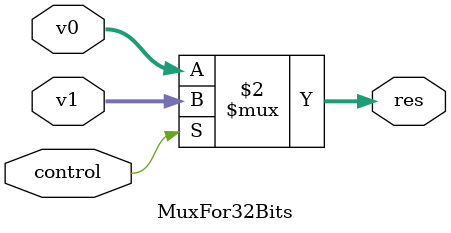
<source format=v>
`timescale 1ns / 1ps
module MuxFor32Bits(
  input [31:0] v0,
  input [31:0] v1,
  input control,
  output  [31:0] res

  );
assign res = control==0?v0:v1;

endmodule

</source>
